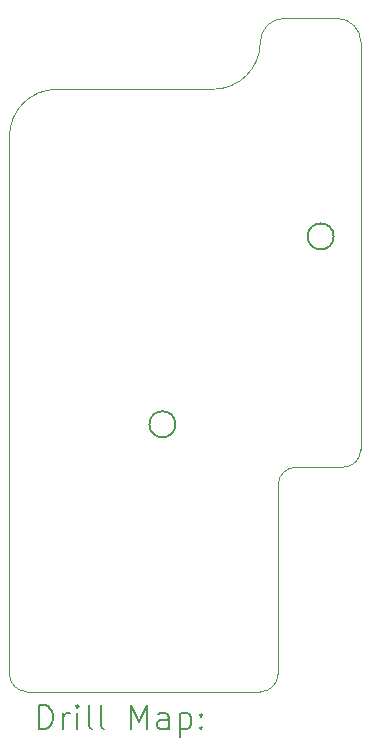
<source format=gbr>
%FSLAX45Y45*%
G04 Gerber Fmt 4.5, Leading zero omitted, Abs format (unit mm)*
G04 Created by KiCad (PCBNEW (6.0.1)) date 2022-03-21 13:57:09*
%MOMM*%
%LPD*%
G01*
G04 APERTURE LIST*
%TA.AperFunction,Profile*%
%ADD10C,0.100000*%
%TD*%
%TA.AperFunction,Profile*%
%ADD11C,0.150000*%
%TD*%
%ADD12C,0.200000*%
G04 APERTURE END LIST*
D10*
X15700000Y-6700000D02*
X15700000Y-10150000D01*
D11*
X14130500Y-9935500D02*
G75*
G03*
X14130500Y-9935500I-110000J0D01*
G01*
D10*
X12725000Y-12050000D02*
G75*
G03*
X12875000Y-12200000I150000J0D01*
G01*
X14442500Y-7099657D02*
X13125000Y-7100000D01*
X15550000Y-10300000D02*
G75*
G03*
X15700000Y-10150000I0J150000D01*
G01*
X15000000Y-12050000D02*
X15000000Y-10450000D01*
X15150000Y-10300000D02*
X15550000Y-10300000D01*
D11*
X15470500Y-8345500D02*
G75*
G03*
X15470500Y-8345500I-110000J0D01*
G01*
D10*
X15700000Y-6700000D02*
G75*
G03*
X15500000Y-6500000I-200000J0D01*
G01*
X12875000Y-12200000D02*
X14850000Y-12200000D01*
X13125000Y-7100000D02*
G75*
G03*
X12725000Y-7500000I0J-400000D01*
G01*
X12725000Y-7500000D02*
X12725000Y-12050000D01*
X15150000Y-10300000D02*
G75*
G03*
X15000000Y-10450000I0J-150000D01*
G01*
X15050000Y-6499657D02*
G75*
G03*
X14849657Y-6699657I0J-200343D01*
G01*
X14442500Y-7099657D02*
G75*
G03*
X14849657Y-6699657I7095J400000D01*
G01*
X14850000Y-12200000D02*
G75*
G03*
X15000000Y-12050000I0J150000D01*
G01*
X15050000Y-6499657D02*
X15500000Y-6500000D01*
D12*
X12977619Y-12515476D02*
X12977619Y-12315476D01*
X13025238Y-12315476D01*
X13053809Y-12325000D01*
X13072857Y-12344048D01*
X13082381Y-12363095D01*
X13091905Y-12401190D01*
X13091905Y-12429762D01*
X13082381Y-12467857D01*
X13072857Y-12486905D01*
X13053809Y-12505952D01*
X13025238Y-12515476D01*
X12977619Y-12515476D01*
X13177619Y-12515476D02*
X13177619Y-12382143D01*
X13177619Y-12420238D02*
X13187143Y-12401190D01*
X13196667Y-12391667D01*
X13215714Y-12382143D01*
X13234762Y-12382143D01*
X13301428Y-12515476D02*
X13301428Y-12382143D01*
X13301428Y-12315476D02*
X13291905Y-12325000D01*
X13301428Y-12334524D01*
X13310952Y-12325000D01*
X13301428Y-12315476D01*
X13301428Y-12334524D01*
X13425238Y-12515476D02*
X13406190Y-12505952D01*
X13396667Y-12486905D01*
X13396667Y-12315476D01*
X13530000Y-12515476D02*
X13510952Y-12505952D01*
X13501428Y-12486905D01*
X13501428Y-12315476D01*
X13758571Y-12515476D02*
X13758571Y-12315476D01*
X13825238Y-12458333D01*
X13891905Y-12315476D01*
X13891905Y-12515476D01*
X14072857Y-12515476D02*
X14072857Y-12410714D01*
X14063333Y-12391667D01*
X14044286Y-12382143D01*
X14006190Y-12382143D01*
X13987143Y-12391667D01*
X14072857Y-12505952D02*
X14053809Y-12515476D01*
X14006190Y-12515476D01*
X13987143Y-12505952D01*
X13977619Y-12486905D01*
X13977619Y-12467857D01*
X13987143Y-12448809D01*
X14006190Y-12439286D01*
X14053809Y-12439286D01*
X14072857Y-12429762D01*
X14168095Y-12382143D02*
X14168095Y-12582143D01*
X14168095Y-12391667D02*
X14187143Y-12382143D01*
X14225238Y-12382143D01*
X14244286Y-12391667D01*
X14253809Y-12401190D01*
X14263333Y-12420238D01*
X14263333Y-12477381D01*
X14253809Y-12496428D01*
X14244286Y-12505952D01*
X14225238Y-12515476D01*
X14187143Y-12515476D01*
X14168095Y-12505952D01*
X14349048Y-12496428D02*
X14358571Y-12505952D01*
X14349048Y-12515476D01*
X14339524Y-12505952D01*
X14349048Y-12496428D01*
X14349048Y-12515476D01*
X14349048Y-12391667D02*
X14358571Y-12401190D01*
X14349048Y-12410714D01*
X14339524Y-12401190D01*
X14349048Y-12391667D01*
X14349048Y-12410714D01*
M02*

</source>
